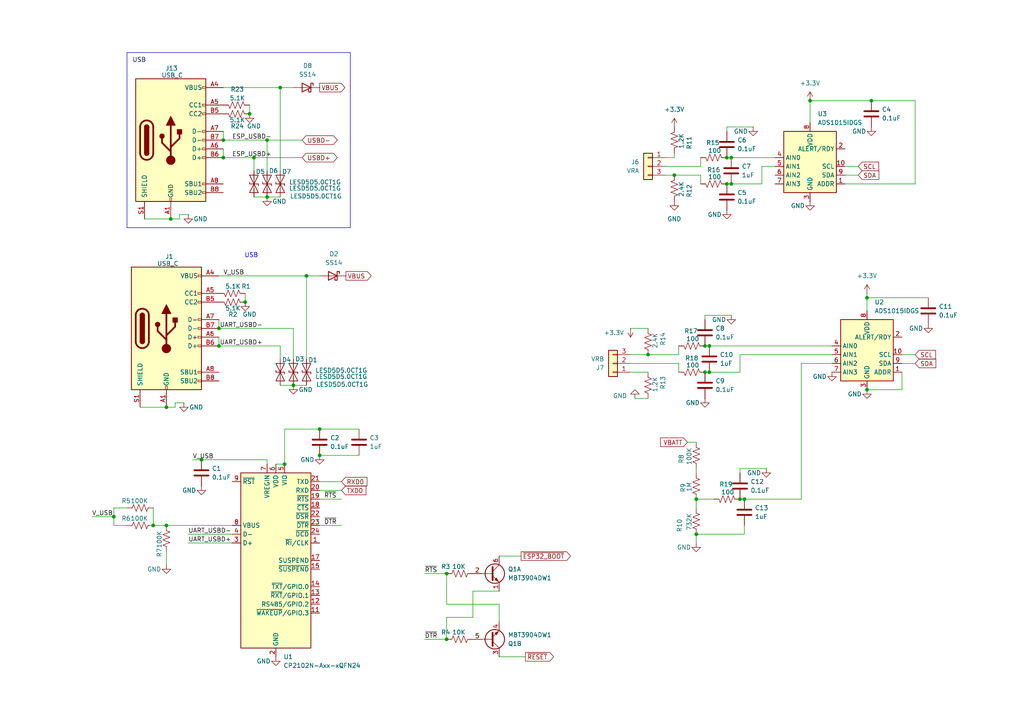
<source format=kicad_sch>
(kicad_sch (version 20231120) (generator "eeschema") (generator_version "8.0")
  (paper "A4")
  (lib_symbols
    (symbol "Analog_ADC:ADS1015IDGS"
      (property "Reference" "U" (at 2.54 13.97 0))
      (property "Value" "ADS1015IDGS" (at 7.62 11.43 0))
      (symbol "ADS1015IDGS_0_1"
        (rectangle (start -7.62 10.16) (end 7.62 -7.62) (stroke (width 0.254)) (fill (type background)))
      )
      (symbol "ADS1015IDGS_1_1"
        (pin input line (at 10.16 -5.08 180) (length 2.54) (name "ADDR") (number "1"))
        (pin input line (at 10.16 0 180) (length 2.54) (name "SCL") (number "10"))
        (pin output line (at 10.16 5.08 180) (length 2.54) (name "ALERT/RDY") (number "2"))
        (pin power_in line (at 0 -10.16 90) (length 2.54) (name "GND") (number "3"))
        (pin input line (at -10.16 2.54 0) (length 2.54) (name "AIN0") (number "4"))
        (pin input line (at -10.16 0 0) (length 2.54) (name "AIN1") (number "5"))
        (pin input line (at -10.16 -2.54 0) (length 2.54) (name "AIN2") (number "6"))
        (pin input line (at -10.16 -5.08 0) (length 2.54) (name "AIN3") (number "7"))
        (pin power_in line (at 0 12.7 270) (length 2.54) (name "VDD") (number "8"))
        (pin bidirectional line (at 10.16 -2.54 180) (length 2.54) (name "SDA") (number "9"))
      )
    )
    (symbol "Connector:USB_C_Receptacle_USB2.0_16P" (pin_names (offset 1.016))
      (property "Reference" "J" (at 0 22.225 0))
      (property "Value" "USB_C_Receptacle_USB2.0_16P" (at 0 19.685 0))
      (symbol "USB_C_Receptacle_USB2.0_16P_0_0"
        (rectangle (start -0.254 -17.78) (end 0.254 -16.764))
        (rectangle (start 10.16 -14.986) (end 9.144 -15.494))
        (rectangle (start 10.16 -12.446) (end 9.144 -12.954))
        (rectangle (start 10.16 -4.826) (end 9.144 -5.334))
        (rectangle (start 10.16 -2.286) (end 9.144 -2.794))
        (rectangle (start 10.16 0.254) (end 9.144 -0.254))
        (rectangle (start 10.16 2.794) (end 9.144 2.286))
        (rectangle (start 10.16 7.874) (end 9.144 7.366))
        (rectangle (start 10.16 10.414) (end 9.144 9.906))
        (rectangle (start 10.16 15.494) (end 9.144 14.986))
      )
      (symbol "USB_C_Receptacle_USB2.0_16P_0_1"
        (rectangle (start -10.16 17.78) (end 10.16 -17.78) (stroke (width 0.254)) (fill (type background)))
        (arc (start -8.89 -3.81) (mid -6.985 -5.7067) (end -5.08 -3.81) (stroke (width 0.508)))
        (arc (start -7.62 -3.81) (mid -6.985 -4.4423) (end -6.35 -3.81) (stroke (width 0.254)))
        (arc (start -7.62 -3.81) (mid -6.985 -4.4423) (end -6.35 -3.81) (stroke (width 0.254)) (fill (type outline)))
        (rectangle (start -7.62 -3.81) (end -6.35 3.81) (stroke (width 0.254)) (fill (type outline)))
        (arc (start -6.35 3.81) (mid -6.985 4.4423) (end -7.62 3.81) (stroke (width 0.254)))
        (arc (start -6.35 3.81) (mid -6.985 4.4423) (end -7.62 3.81) (stroke (width 0.254)) (fill (type outline)))
        (arc (start -5.08 3.81) (mid -6.985 5.7067) (end -8.89 3.81) (stroke (width 0.508)))
        (circle (center -2.54 1.143) (radius 0.635) (stroke (width 0.254)) (fill (type outline)))
        (circle (center 0 -5.842) (radius 1.27) (fill (type outline)))
        (polyline (pts (xy -8.89 -3.81) (xy -8.89 3.81)) (stroke (width 0.508)))
        (polyline (pts (xy -5.08 3.81) (xy -5.08 -3.81)) (stroke (width 0.508)))
        (polyline (pts (xy 0 -5.842) (xy 0 4.318)) (stroke (width 0.508)))
        (polyline (pts (xy 0 -3.302) (xy -2.54 -0.762) (xy -2.54 0.508)) (stroke (width 0.508)))
        (polyline (pts (xy 0 -2.032) (xy 2.54 0.508) (xy 2.54 1.778)) (stroke (width 0.508)))
        (polyline (pts (xy -1.27 4.318) (xy 0 6.858) (xy 1.27 4.318) (xy -1.27 4.318)) (stroke (width 0.254)) (fill (type outline)))
        (rectangle (start 1.905 1.778) (end 3.175 3.048) (stroke (width 0.254)) (fill (type outline)))
      )
      (symbol "USB_C_Receptacle_USB2.0_16P_1_1"
        (pin passive line (at 0 -22.86 90) (length 5.08) (name "GND") (number "A1"))
        (pin passive line (at 0 -22.86 90) (length 5.08) hide (name "GND") (number "A12"))
        (pin passive line (at 15.24 15.24 180) (length 5.08) (name "VBUS") (number "A4"))
        (pin bidirectional line (at 15.24 10.16 180) (length 5.08) (name "CC1") (number "A5"))
        (pin bidirectional line (at 15.24 -2.54 180) (length 5.08) (name "D+") (number "A6"))
        (pin bidirectional line (at 15.24 2.54 180) (length 5.08) (name "D-") (number "A7"))
        (pin bidirectional line (at 15.24 -12.7 180) (length 5.08) (name "SBU1") (number "A8"))
        (pin passive line (at 15.24 15.24 180) (length 5.08) hide (name "VBUS") (number "A9"))
        (pin passive line (at 0 -22.86 90) (length 5.08) hide (name "GND") (number "B1"))
        (pin passive line (at 0 -22.86 90) (length 5.08) hide (name "GND") (number "B12"))
        (pin passive line (at 15.24 15.24 180) (length 5.08) hide (name "VBUS") (number "B4"))
        (pin bidirectional line (at 15.24 7.62 180) (length 5.08) (name "CC2") (number "B5"))
        (pin bidirectional line (at 15.24 -5.08 180) (length 5.08) (name "D+") (number "B6"))
        (pin bidirectional line (at 15.24 0 180) (length 5.08) (name "D-") (number "B7"))
        (pin bidirectional line (at 15.24 -15.24 180) (length 5.08) (name "SBU2") (number "B8"))
        (pin passive line (at 15.24 15.24 180) (length 5.08) hide (name "VBUS") (number "B9"))
        (pin passive line (at -7.62 -22.86 90) (length 5.08) (name "SHIELD") (number "S1"))
      )
    )
    (symbol "Connector_Generic:Conn_01x03" (pin_names (offset 1.016) hide)
      (property "Reference" "J" (at 0 5.08 0))
      (property "Value" "Conn_01x03" (at 0 -5.08 0))
      (symbol "Conn_01x03_1_1"
        (rectangle (start -1.27 -2.413) (end 0 -2.667) (stroke (width 0.1524)))
        (rectangle (start -1.27 0.127) (end 0 -0.127) (stroke (width 0.1524)))
        (rectangle (start -1.27 2.667) (end 0 2.413) (stroke (width 0.1524)))
        (rectangle (start -1.27 3.81) (end 1.27 -3.81) (stroke (width 0.254)) (fill (type background)))
        (pin passive line (at -5.08 2.54 0) (length 3.81) (name "Pin_1") (number "1"))
        (pin passive line (at -5.08 0 0) (length 3.81) (name "Pin_2") (number "2"))
        (pin passive line (at -5.08 -2.54 0) (length 3.81) (name "Pin_3") (number "3"))
      )
    )
    (symbol "Device:C" (pin_numbers hide) (pin_names (offset 0.254))
      (property "Reference" "C" (at 0.635 2.54 0))
      (property "Value" "C" (at 0.635 -2.54 0))
      (symbol "C_0_1"
        (polyline (pts (xy -2.032 -0.762) (xy 2.032 -0.762)) (stroke (width 0.508)))
        (polyline (pts (xy -2.032 0.762) (xy 2.032 0.762)) (stroke (width 0.508)))
      )
      (symbol "C_1_1"
        (pin passive line (at 0 3.81 270) (length 2.794) (name "~") (number "1"))
        (pin passive line (at 0 -3.81 90) (length 2.794) (name "~") (number "2"))
      )
    )
    (symbol "Device:R_US" (pin_numbers hide) (pin_names (offset 0))
      (property "Reference" "R" (at 2.54 0 90))
      (property "Value" "R_US" (at -2.54 0 90))
      (symbol "R_US_0_1"
        (polyline (pts (xy 0 -2.286) (xy 0 -2.54)))
        (polyline (pts (xy 0 2.286) (xy 0 2.54)))
        (polyline (pts (xy 0 -0.762) (xy 1.016 -1.143) (xy 0 -1.524) (xy -1.016 -1.905) (xy 0 -2.286)))
        (polyline (pts (xy 0 0.762) (xy 1.016 0.381) (xy 0 0) (xy -1.016 -0.381) (xy 0 -0.762)))
        (polyline (pts (xy 0 2.286) (xy 1.016 1.905) (xy 0 1.524) (xy -1.016 1.143) (xy 0 0.762)))
      )
      (symbol "R_US_1_1"
        (pin passive line (at 0 3.81 270) (length 1.27) (name "~") (number "1"))
        (pin passive line (at 0 -3.81 90) (length 1.27) (name "~") (number "2"))
      )
    )
    (symbol "Diode:SS14" (pin_numbers hide) (pin_names (offset 1.016) hide)
      (property "Reference" "D" (at 0 2.54 0))
      (property "Value" "SS14" (at 0 -2.54 0))
      (symbol "SS14_0_1"
        (polyline (pts (xy 1.27 0) (xy -1.27 0)))
        (polyline (pts (xy 1.27 1.27) (xy 1.27 -1.27) (xy -1.27 0) (xy 1.27 1.27)) (stroke (width 0.254)))
        (polyline (pts (xy -1.905 0.635) (xy -1.905 1.27) (xy -1.27 1.27) (xy -1.27 -1.27) (xy -0.635 -1.27) (xy -0.635 -0.635)) (stroke (width 0.254)))
      )
      (symbol "SS14_1_1"
        (pin passive line (at -3.81 0 0) (length 2.54) (name "K") (number "1"))
        (pin passive line (at 3.81 0 180) (length 2.54) (name "A") (number "2"))
      )
    )
    (symbol "Interface_USB:CP2102N-Axx-xQFN24"
      (property "Reference" "U" (at -8.89 26.67 0))
      (property "Value" "CP2102N-Axx-xQFN24" (at 13.97 26.67 0))
      (symbol "CP2102N-Axx-xQFN24_0_1"
        (rectangle (start -10.16 25.4) (end 10.16 -25.4) (stroke (width 0.254)) (fill (type background)))
      )
      (symbol "CP2102N-Axx-xQFN24_1_1"
        (pin bidirectional line (at 12.7 5.08 180) (length 2.54) (name "~{RI}/CLK") (number "1"))
        (pin no_connect line (at -10.16 -22.86 0) (length 2.54) hide (name "NC") (number "10"))
        (pin bidirectional line (at 12.7 -15.24 180) (length 2.54) (name "~{WAKEUP}/GPIO.3") (number "11"))
        (pin bidirectional line (at 12.7 -12.7 180) (length 2.54) (name "RS485/GPIO.2") (number "12"))
        (pin bidirectional line (at 12.7 -10.16 180) (length 2.54) (name "~{RXT}/GPIO.1") (number "13"))
        (pin bidirectional line (at 12.7 -7.62 180) (length 2.54) (name "~{TXT}/GPIO.0") (number "14"))
        (pin output line (at 12.7 -2.54 180) (length 2.54) (name "~{SUSPEND}") (number "15"))
        (pin no_connect line (at 10.16 -22.86 180) (length 2.54) hide (name "NC") (number "16"))
        (pin output line (at 12.7 0 180) (length 2.54) (name "SUSPEND") (number "17"))
        (pin input line (at 12.7 15.24 180) (length 2.54) (name "~{CTS}") (number "18"))
        (pin output line (at 12.7 17.78 180) (length 2.54) (name "~{RTS}") (number "19"))
        (pin power_in line (at 0 -27.94 90) (length 2.54) (name "GND") (number "2"))
        (pin input line (at 12.7 20.32 180) (length 2.54) (name "RXD") (number "20"))
        (pin output line (at 12.7 22.86 180) (length 2.54) (name "TXD") (number "21"))
        (pin input line (at 12.7 12.7 180) (length 2.54) (name "~{DSR}") (number "22"))
        (pin output line (at 12.7 10.16 180) (length 2.54) (name "~{DTR}") (number "23"))
        (pin input line (at 12.7 7.62 180) (length 2.54) (name "~{DCD}") (number "24"))
        (pin passive line (at 0 -27.94 90) (length 2.54) hide (name "GND") (number "25"))
        (pin bidirectional line (at -12.7 5.08 0) (length 2.54) (name "D+") (number "3"))
        (pin bidirectional line (at -12.7 7.62 0) (length 2.54) (name "D-") (number "4"))
        (pin power_in line (at 2.54 27.94 270) (length 2.54) (name "VIO") (number "5"))
        (pin power_in line (at 0 27.94 270) (length 2.54) (name "VDD") (number "6"))
        (pin power_in line (at -2.54 27.94 270) (length 2.54) (name "VREGIN") (number "7"))
        (pin input line (at -12.7 10.16 0) (length 2.54) (name "VBUS") (number "8"))
        (pin input line (at -12.7 22.86 0) (length 2.54) (name "~{RST}") (number "9"))
      )
    )
    (symbol "Transistor_BJT:MBT3904DW1" (pin_names (offset 0) hide)
      (property "Reference" "Q" (at 5.08 1.27 0))
      (property "Value" "MBT3904DW1" (at 5.08 -1.27 0))
      (symbol "MBT3904DW1_0_1"
        (polyline (pts (xy 0.635 0) (xy -2.54 0)))
        (polyline (pts (xy 0.635 0.635) (xy 2.54 2.54)))
        (polyline (pts (xy 0.635 -0.635) (xy 2.54 -2.54) (xy 2.54 -2.54)))
        (polyline (pts (xy 0.635 1.905) (xy 0.635 -1.905) (xy 0.635 -1.905)) (stroke (width 0.508)))
        (polyline (pts (xy 1.27 -1.778) (xy 1.778 -1.27) (xy 2.286 -2.286) (xy 1.27 -1.778) (xy 1.27 -1.778)) (fill (type outline)))
        (circle (center 1.27 0) (radius 2.8194) (stroke (width 0.254)))
      )
      (symbol "MBT3904DW1_1_1"
        (pin passive line (at 2.54 -5.08 90) (length 2.54) (name "E1") (number "1"))
        (pin input line (at -5.08 0 0) (length 2.54) (name "B1") (number "2"))
        (pin passive line (at 2.54 5.08 270) (length 2.54) (name "C1") (number "6"))
      )
      (symbol "MBT3904DW1_2_1"
        (pin passive line (at 2.54 5.08 270) (length 2.54) (name "C2") (number "3"))
        (pin passive line (at 2.54 -5.08 90) (length 2.54) (name "E2") (number "4"))
        (pin input line (at -5.08 0 0) (length 2.54) (name "B2") (number "5"))
      )
    )
    (symbol "custom_symbols:LESD5D5.0CT1G" (pin_numbers hide) (pin_names (offset 1.016) hide)
      (property "Reference" "D" (at 0 2.54 0))
      (property "Value" "LESD5D5.0CT1G" (at 0 -2.54 0))
      (symbol "LESD5D5.0CT1G_0_1"
        (polyline (pts (xy 1.27 0) (xy -1.27 0)))
        (polyline (pts (xy -2.54 -1.27) (xy 0 0) (xy -2.54 1.27) (xy -2.54 -1.27)) (stroke (width 0.2032)))
        (polyline (pts (xy 0.508 1.27) (xy 0 1.27) (xy 0 -1.27) (xy -0.508 -1.27)) (stroke (width 0.2032)))
        (polyline (pts (xy 2.54 1.27) (xy 2.54 -1.27) (xy 0 0) (xy 2.54 1.27)) (stroke (width 0.2032)))
      )
      (symbol "LESD5D5.0CT1G_1_1"
        (pin passive line (at -3.81 0 0) (length 2.54) (name "A1") (number "1"))
        (pin passive line (at 3.81 0 180) (length 2.54) (name "A2") (number "2"))
      )
    )
    (symbol "power:+3.3V" (power) (pin_numbers hide) (pin_names (offset 0) hide)
      (property "Value" "+3.3V" (at 0 3.556 0))
      (symbol "+3.3V_0_1"
        (polyline (pts (xy -0.762 1.27) (xy 0 2.54)))
        (polyline (pts (xy 0 0) (xy 0 2.54)))
        (polyline (pts (xy 0 2.54) (xy 0.762 1.27)))
      )
      (symbol "+3.3V_1_1"
        (pin power_in line (at 0 0 90) (length 0) (name "~") (number "1"))
      )
    )
    (symbol "power:GND" (power) (pin_numbers hide) (pin_names (offset 0) hide)
      (property "Value" "GND" (at 0 -3.81 0))
      (symbol "GND_0_1"
        (polyline (pts (xy 0 0) (xy 0 -1.27) (xy 1.27 -1.27) (xy 0 -2.54) (xy -1.27 -1.27) (xy 0 -1.27)))
      )
      (symbol "GND_1_1"
        (pin power_in line (at 0 0 270) (length 0) (name "~") (number "1"))
      )
    )
  )
  (junction (at 63.5 95.25))
  (junction (at 251.46 86.36))
  (junction (at 201.93 154.94))
  (junction (at 205.74 100.33))
  (junction (at 85.09 111.76))
  (junction (at 204.47 100.33))
  (junction (at 77.47 40.64))
  (junction (at 33.02 149.86))
  (junction (at 92.71 124.46))
  (junction (at 71.12 87.63))
  (junction (at 201.93 144.78))
  (junction (at 204.47 107.95))
  (junction (at 212.09 45.72))
  (junction (at 215.9 144.78))
  (junction (at 129.54 166.37))
  (junction (at 48.26 152.4))
  (junction (at 214.63 144.78))
  (junction (at 72.39 33.02))
  (junction (at 129.54 185.42))
  (junction (at 82.55 134.62))
  (junction (at 63.5 100.33))
  (junction (at 64.77 40.64))
  (junction (at 195.58 50.8))
  (junction (at 251.46 113.03))
  (junction (at 210.82 45.72))
  (junction (at 77.47 57.15))
  (junction (at 44.45 152.4))
  (junction (at 252.73 29.21))
  (junction (at 64.77 45.72))
  (junction (at 49.53 63.5))
  (junction (at 81.28 25.4))
  (junction (at 234.95 29.21))
  (junction (at 212.09 53.34))
  (junction (at 205.74 107.95))
  (junction (at 73.66 45.72))
  (junction (at 187.96 102.87))
  (junction (at 58.42 133.35))
  (junction (at 92.71 132.08))
  (junction (at 48.26 118.11))
  (junction (at 88.9 80.01))
  (junction (at 210.82 53.34))
  (wire (pts (xy 265.43 53.34) (xy 265.43 29.21)))
  (wire (pts (xy 212.09 53.34) (xy 210.82 53.34)))
  (wire (pts (xy 44.45 147.32) (xy 44.45 152.4)))
  (wire (pts (xy 82.55 124.46) (xy 82.55 134.62)))
  (wire (pts (xy 193.04 48.26) (xy 203.2 48.26)))
  (wire (pts (xy 50.8 116.84) (xy 50.8 118.11)))
  (wire (pts (xy 53.34 116.84) (xy 50.8 116.84)))
  (wire (pts (xy 187.96 115.57) (xy 184.15 115.57)))
  (wire (pts (xy 54.61 154.94) (xy 67.31 154.94)))
  (wire (pts (xy 252.73 29.21) (xy 234.95 29.21)))
  (wire (pts (xy 215.9 152.4) (xy 215.9 154.94)))
  (wire (pts (xy 48.26 152.4) (xy 67.31 152.4)))
  (wire (pts (xy 265.43 105.41) (xy 261.62 105.41)))
  (wire (pts (xy 195.58 45.72) (xy 193.04 45.72)))
  (wire (pts (xy 58.42 133.35) (xy 77.47 133.35)))
  (wire (pts (xy 195.58 50.8) (xy 203.2 50.8)))
  (wire (pts (xy 85.09 111.76) (xy 88.9 111.76)))
  (wire (pts (xy 81.28 25.4) (xy 81.28 49.53)))
  (wire (pts (xy 220.98 53.34) (xy 212.09 53.34)))
  (wire (pts (xy 261.62 113.03) (xy 251.46 113.03)))
  (wire (pts (xy 214.63 144.78) (xy 215.9 144.78)))
  (wire (pts (xy 63.5 80.01) (xy 88.9 80.01)))
  (wire (pts (xy 187.96 107.95) (xy 182.88 107.95)))
  (wire (pts (xy 92.71 152.4) (xy 99.06 152.4)))
  (wire (pts (xy 64.77 38.1) (xy 64.77 40.64)))
  (wire (pts (xy 265.43 29.21) (xy 252.73 29.21)))
  (wire (pts (xy 195.58 44.45) (xy 195.58 45.72)))
  (wire (pts (xy 251.46 86.36) (xy 269.24 86.36)))
  (wire (pts (xy 214.63 102.87) (xy 214.63 107.95)))
  (wire (pts (xy 137.16 179.07) (xy 137.16 171.45)))
  (wire (pts (xy 129.54 175.26) (xy 144.78 175.26)))
  (wire (pts (xy 73.66 49.53) (xy 73.66 45.72)))
  (wire (pts (xy 55.88 133.35) (xy 58.42 133.35)))
  (wire (pts (xy 92.71 124.46) (xy 104.14 124.46)))
  (wire (pts (xy 232.41 105.41) (xy 241.3 105.41)))
  (wire (pts (xy 54.61 62.23) (xy 52.07 62.23)))
  (wire (pts (xy 214.63 102.87) (xy 241.3 102.87)))
  (wire (pts (xy 48.26 118.11) (xy 40.64 118.11)))
  (wire (pts (xy 36.83 147.32) (xy 33.02 147.32)))
  (wire (pts (xy 196.85 102.87) (xy 196.85 100.33)))
  (wire (pts (xy 212.09 45.72) (xy 224.79 45.72)))
  (wire (pts (xy 144.78 161.29) (xy 151.13 161.29)))
  (wire (pts (xy 123.19 166.37) (xy 129.54 166.37)))
  (wire (pts (xy 49.53 63.5) (xy 41.91 63.5)))
  (wire (pts (xy 214.63 107.95) (xy 205.74 107.95)))
  (wire (pts (xy 248.92 48.26) (xy 245.11 48.26)))
  (wire (pts (xy 71.12 85.09) (xy 71.12 87.63)))
  (wire (pts (xy 201.93 135.89) (xy 201.93 137.16)))
  (wire (pts (xy 92.71 124.46) (xy 82.55 124.46)))
  (wire (pts (xy 215.9 144.78) (xy 232.41 144.78)))
  (wire (pts (xy 33.02 147.32) (xy 33.02 149.86)))
  (wire (pts (xy 81.28 25.4) (xy 85.09 25.4)))
  (wire (pts (xy 77.47 57.15) (xy 81.28 57.15)))
  (wire (pts (xy 220.98 48.26) (xy 220.98 53.34)))
  (wire (pts (xy 129.54 185.42) (xy 129.54 179.07)))
  (wire (pts (xy 80.01 134.62) (xy 82.55 134.62)))
  (wire (pts (xy 214.63 137.16) (xy 214.63 135.89)))
  (wire (pts (xy 129.54 166.37) (xy 129.54 175.26)))
  (wire (pts (xy 81.28 104.14) (xy 81.28 100.33)))
  (wire (pts (xy 137.16 171.45) (xy 144.78 171.45)))
  (wire (pts (xy 48.26 163.83) (xy 48.26 160.02)))
  (wire (pts (xy 88.9 80.01) (xy 92.71 80.01)))
  (wire (pts (xy 205.74 100.33) (xy 241.3 100.33)))
  (wire (pts (xy 207.01 144.78) (xy 201.93 144.78)))
  (wire (pts (xy 26.67 149.86) (xy 33.02 149.86)))
  (wire (pts (xy 245.11 53.34) (xy 265.43 53.34)))
  (wire (pts (xy 204.47 91.44) (xy 212.09 91.44)))
  (wire (pts (xy 251.46 86.36) (xy 251.46 90.17)))
  (wire (pts (xy 129.54 179.07) (xy 137.16 179.07)))
  (wire (pts (xy 210.82 36.83) (xy 218.44 36.83)))
  (wire (pts (xy 187.96 95.25) (xy 182.88 95.25)))
  (wire (pts (xy 63.5 92.71) (xy 63.5 95.25)))
  (wire (pts (xy 199.39 128.27) (xy 201.93 128.27)))
  (wire (pts (xy 182.88 102.87) (xy 187.96 102.87)))
  (wire (pts (xy 203.2 50.8) (xy 203.2 53.34)))
  (wire (pts (xy 52.07 63.5) (xy 49.53 63.5)))
  (wire (pts (xy 72.39 30.48) (xy 72.39 33.02)))
  (wire (pts (xy 195.58 50.8) (xy 193.04 50.8)))
  (wire (pts (xy 204.47 100.33) (xy 205.74 100.33)))
  (wire (pts (xy 210.82 45.72) (xy 212.09 45.72)))
  (wire (pts (xy 54.61 157.48) (xy 67.31 157.48)))
  (wire (pts (xy 123.19 185.42) (xy 129.54 185.42)))
  (wire (pts (xy 33.02 149.86) (xy 33.02 152.4)))
  (wire (pts (xy 64.77 40.64) (xy 77.47 40.64)))
  (wire (pts (xy 52.07 62.23) (xy 52.07 63.5)))
  (wire (pts (xy 214.63 135.89) (xy 222.25 135.89)))
  (wire (pts (xy 201.93 154.94) (xy 215.9 154.94)))
  (wire (pts (xy 210.82 38.1) (xy 210.82 36.83)))
  (wire (pts (xy 201.93 157.48) (xy 201.93 154.94)))
  (wire (pts (xy 64.77 45.72) (xy 73.66 45.72)))
  (wire (pts (xy 85.09 104.14) (xy 85.09 95.25)))
  (wire (pts (xy 203.2 48.26) (xy 203.2 45.72)))
  (wire (pts (xy 248.92 50.8) (xy 245.11 50.8)))
  (wire (pts (xy 92.71 144.78) (xy 99.06 144.78)))
  (wire (pts (xy 144.78 190.5) (xy 152.4 190.5)))
  (wire (pts (xy 63.5 97.79) (xy 63.5 100.33)))
  (wire (pts (xy 196.85 105.41) (xy 196.85 107.95)))
  (wire (pts (xy 92.71 132.08) (xy 104.14 132.08)))
  (wire (pts (xy 77.47 40.64) (xy 77.47 49.53)))
  (wire (pts (xy 204.47 92.71) (xy 204.47 91.44)))
  (wire (pts (xy 64.77 43.18) (xy 64.77 45.72)))
  (wire (pts (xy 44.45 152.4) (xy 48.26 152.4)))
  (wire (pts (xy 88.9 80.01) (xy 88.9 104.14)))
  (wire (pts (xy 81.28 111.76) (xy 85.09 111.76)))
  (wire (pts (xy 187.96 102.87) (xy 196.85 102.87)))
  (wire (pts (xy 63.5 100.33) (xy 81.28 100.33)))
  (wire (pts (xy 201.93 144.78) (xy 201.93 147.32)))
  (wire (pts (xy 87.63 40.64) (xy 77.47 40.64)))
  (wire (pts (xy 87.63 45.72) (xy 73.66 45.72)))
  (wire (pts (xy 232.41 144.78) (xy 232.41 105.41)))
  (wire (pts (xy 63.5 95.25) (xy 85.09 95.25)))
  (wire (pts (xy 73.66 57.15) (xy 77.47 57.15)))
  (wire (pts (xy 77.47 133.35) (xy 77.47 134.62)))
  (wire (pts (xy 265.43 102.87) (xy 261.62 102.87)))
  (wire (pts (xy 201.93 143.51) (xy 201.93 144.78)))
  (wire (pts (xy 99.06 142.24) (xy 92.71 142.24)))
  (wire (pts (xy 50.8 118.11) (xy 48.26 118.11)))
  (wire (pts (xy 99.06 139.7) (xy 92.71 139.7)))
  (wire (pts (xy 261.62 107.95) (xy 261.62 113.03)))
  (wire (pts (xy 205.74 107.95) (xy 204.47 107.95)))
  (wire (pts (xy 144.78 175.26) (xy 144.78 180.34)))
  (wire (pts (xy 182.88 105.41) (xy 196.85 105.41)))
  (wire (pts (xy 33.02 152.4) (xy 36.83 152.4)))
  (wire (pts (xy 251.46 85.09) (xy 251.46 86.36)))
  (wire (pts (xy 234.95 29.21) (xy 234.95 35.56)))
  (wire (pts (xy 64.77 25.4) (xy 81.28 25.4)))
  (wire (pts (xy 224.79 48.26) (xy 220.98 48.26)))
  (rectangle (start 36.83 15.24) (end 101.6 66.04))
  (text "USB" (at 72.898 74.168 0) (effects (font (size 1.27 1.27))))
  (text "USB" (at 40.386 17.526 0) (effects (font (size 1.27 1.27))))
  (label "~{DTR}" (at 123.19 185.42 0))
  (label "UART_USBD-" (at 76.2 95.25 180))
  (label "~{RTS}" (at 93.98 144.78 0))
  (label "UART_USBD+" (at 54.61 157.48 0))
  (label "~{RTS}" (at 123.19 166.37 0))
  (label "UART_USBD-" (at 54.61 154.94 0))
  (label "~{DTR}" (at 93.98 152.4 0))
  (label "V_USB" (at 55.88 133.35 0))
  (label "ESP_USBD+" (at 67.31 45.72 0))
  (label "V_USB" (at 26.67 149.86 0))
  (label "V_USB" (at 64.77 80.01 0))
  (label "UART_USBD+" (at 76.2 100.33 180))
  (label "ESP_USBD-" (at 67.31 40.64 0))
  (global_label "USBD-" (shape bidirectional) (at 87.63 40.64 0) (property "Intersheetrefs" "${INTERSHEET_REFS}" (effects (hide yes))))
  (global_label "SDA" (shape input) (at 248.92 50.8 0) (property "Intersheetrefs" "${INTERSHEET_REFS}" (effects (hide yes))))
  (global_label "VBATT" (shape input) (at 199.39 128.27 180) (property "Intersheetrefs" "${INTERSHEET_REFS}" (effects (hide yes))))
  (global_label "SCL" (shape input) (at 248.92 48.26 0) (property "Intersheetrefs" "${INTERSHEET_REFS}" (effects (hide yes))))
  (global_label "USBD+" (shape bidirectional) (at 87.63 45.72 0) (property "Intersheetrefs" "${INTERSHEET_REFS}" (effects (hide yes))))
  (global_label "TXD0" (shape input) (at 99.06 142.24 0) (property "Intersheetrefs" "${INTERSHEET_REFS}" (effects (hide yes))))
  (global_label "SCL" (shape input) (at 265.43 102.87 0) (property "Intersheetrefs" "${INTERSHEET_REFS}" (effects (hide yes))))
  (global_label "~{RESET}" (shape output) (at 152.4 190.5 0) (property "Intersheetrefs" "${INTERSHEET_REFS}" (effects (hide yes))))
  (global_label "VBUS" (shape output) (at 100.33 80.01 0) (property "Intersheetrefs" "${INTERSHEET_REFS}" (effects (hide yes))))
  (global_label "SDA" (shape input) (at 265.43 105.41 0) (property "Intersheetrefs" "${INTERSHEET_REFS}" (effects (hide yes))))
  (global_label "VBUS" (shape output) (at 92.71 25.4 0) (property "Intersheetrefs" "${INTERSHEET_REFS}" (effects (hide yes))))
  (global_label "~{ESP32_BOOT}" (shape output) (at 151.13 161.29 0) (property "Intersheetrefs" "${INTERSHEET_REFS}" (effects (hide yes))))
  (global_label "RXD0" (shape input) (at 99.06 139.7 0) (property "Intersheetrefs" "${INTERSHEET_REFS}" (effects (hide yes))))
  (symbol (lib_id "Connector_Generic:Conn_01x03") (at 187.96 48.26 0) (mirror y) (unit 1)
    (property "Reference" "J6" (at 185.42 46.9899 0) (effects (justify left)))
    (property "Value" "VRA" (at 185.42 49.5299 0) (effects (justify left)))
    (property "Footprint" "Connector_JST:JST_GH_BM03B-GHS-TBT_1x03-1MP_P1.25mm_Vertical" (effects (hide yes)))
    (property "Description" "Generic connector, single row, 01x03, script generated (kicad-library-utils/schlib/autogen/connector/)" (effects (hide yes)))
  )
  (symbol (lib_id "Device:R_US") (at 40.64 147.32 90) (unit 1)
    (property "Reference" "R5" (at 36.576 145.288 90))
    (property "Value" "100K" (at 40.386 145.288 90))
    (property "Footprint" "Resistor_SMD:R_0603_1608Metric" (effects (hide yes)))
    (property "Description" "Resistor, US symbol" (effects (hide yes)))
  )
  (symbol (lib_id "Device:R_US") (at 133.35 166.37 90) (unit 1)
    (property "Reference" "R3" (at 129.286 164.338 90))
    (property "Value" "10K" (at 133.096 164.338 90))
    (property "Footprint" "Resistor_SMD:R_0603_1608Metric" (effects (hide yes)))
    (property "Description" "Resistor, US symbol" (effects (hide yes)))
  )
  (symbol (lib_id "power:GND") (at 77.47 57.15 0) (mirror y) (unit 1)
    (property "Reference" "#PWR018" (effects (hide yes)))
    (property "Value" "GND" (at 81.026 58.42 0))
    (property "Description" "Power symbol creates a global label with name \"GND\" , ground" (effects (hide yes)))
  )
  (symbol (lib_id "Device:R_US") (at 40.64 152.4 90) (unit 1)
    (property "Reference" "R6" (at 36.576 150.368 90))
    (property "Value" "100K" (at 40.386 150.368 90))
    (property "Footprint" "Resistor_SMD:R_0603_1608Metric" (effects (hide yes)))
    (property "Description" "Resistor, US symbol" (effects (hide yes)))
  )
  (symbol (lib_id "Analog_ADC:ADS1015IDGS") (at 234.95 48.26 0) (unit 1)
    (property "Reference" "U3" (at 237.1441 33.02 0) (effects (justify left)))
    (property "Value" "ADS1015IDGS" (at 237.1441 35.56 0) (effects (justify left)))
    (property "Footprint" "Package_SO:TSSOP-10_3x3mm_P0.5mm" (effects (hide yes)))
    (property "Datasheet" "http://www.ti.com/lit/ds/symlink/ads1015.pdf" (effects (hide yes)))
    (property "Description" "Ultra-Small, Low-Power, I2C-Compatible, 3.3-kSPS, 12-Bit ADCs With Internal Reference, Oscillator, and Programmable Comparator, VSSOP-10" (effects (hide yes)))
  )
  (symbol (lib_id "Device:C") (at 104.14 128.27 0) (unit 1)
    (property "Reference" "C3" (at 107.188 127 0) (effects (justify left)))
    (property "Value" "1uF" (at 107.188 129.54 0) (effects (justify left)))
    (property "Footprint" "Capacitor_SMD:C_0603_1608Metric" (effects (hide yes)))
    (property "Description" "Unpolarized capacitor" (effects (hide yes)))
  )
  (symbol (lib_id "Device:R_US") (at 200.66 107.95 270) (mirror x) (unit 1)
    (property "Reference" "R18" (at 200.66 103.886 90))
    (property "Value" "100" (at 200.914 105.918 90))
    (property "Footprint" "Resistor_SMD:R_0603_1608Metric" (effects (hide yes)))
    (property "Description" "Resistor, US symbol" (effects (hide yes)))
  )
  (symbol (lib_id "Transistor_BJT:MBT3904DW1") (at 142.24 166.37 0) (unit 1)
    (property "Reference" "Q1" (at 147.32 165.0999 0) (effects (justify left)))
    (property "Value" "MBT3904DW1" (at 147.32 167.6399 0) (effects (justify left)))
    (property "Footprint" "Package_TO_SOT_SMD:SOT-363_SC-70-6" (effects (hide yes)))
    (property "Datasheet" "http://www.onsemi.com/pub_link/Collateral/MBT3904DW1T1-D.PDF" (effects (hide yes)))
    (property "Description" "200mA IC, 40V Vce, Dual NPN/NPN Transistors, SOT-363" (effects (hide yes)))
  )
  (symbol (lib_id "Device:C") (at 214.63 140.97 0) (unit 1)
    (property "Reference" "C12" (at 217.678 139.7 0) (effects (justify left)))
    (property "Value" "0.1uF" (at 217.678 142.24 0) (effects (justify left)))
    (property "Footprint" "Capacitor_SMD:C_0603_1608Metric" (effects (hide yes)))
    (property "Description" "Unpolarized capacitor" (effects (hide yes)))
  )
  (symbol (lib_id "Device:C") (at 205.74 104.14 0) (unit 1)
    (property "Reference" "C10" (at 208.788 102.87 0) (effects (justify left)))
    (property "Value" "1uF" (at 208.788 105.41 0) (effects (justify left)))
    (property "Footprint" "Capacitor_SMD:C_0603_1608Metric" (effects (hide yes)))
    (property "Description" "Unpolarized capacitor" (effects (hide yes)))
  )
  (symbol (lib_id "Diode:SS14") (at 88.9 25.4 0) (mirror y) (unit 1)
    (property "Reference" "D8" (at 89.2175 19.05 0))
    (property "Value" "SS14" (at 89.2175 21.59 0))
    (property "Footprint" "Diode_SMD:D_SMA" (effects (hide yes)))
    (property "Datasheet" "https://www.vishay.com/docs/88746/ss12.pdf" (effects (hide yes)))
    (property "Description" "40V 1A Schottky Diode, SMA" (effects (hide yes)))
  )
  (symbol (lib_id "power:GND") (at 58.42 140.97 0) (unit 1)
    (property "Reference" "#PWR025" (effects (hide yes)))
    (property "Value" "GND" (at 54.864 142.24 0))
    (property "Description" "Power symbol creates a global label with name \"GND\" , ground" (effects (hide yes)))
  )
  (symbol (lib_id "Device:C") (at 212.09 49.53 0) (unit 1)
    (property "Reference" "C7" (at 215.138 48.26 0) (effects (justify left)))
    (property "Value" "1uF" (at 215.138 50.8 0) (effects (justify left)))
    (property "Footprint" "Capacitor_SMD:C_0603_1608Metric" (effects (hide yes)))
    (property "Description" "Unpolarized capacitor" (effects (hide yes)))
  )
  (symbol (lib_id "Connector_Generic:Conn_01x03") (at 177.8 105.41 180) (unit 1)
    (property "Reference" "J7" (at 175.26 106.6801 0) (effects (justify left)))
    (property "Value" "VRB" (at 175.26 104.1401 0) (effects (justify left)))
    (property "Footprint" "Connector_JST:JST_GH_BM03B-GHS-TBT_1x03-1MP_P1.25mm_Vertical" (effects (hide yes)))
    (property "Description" "Generic connector, single row, 01x03, script generated (kicad-library-utils/schlib/autogen/connector/)" (effects (hide yes)))
  )
  (symbol (lib_id "custom_symbols:LESD5D5.0CT1G") (at 81.28 107.95 90) (unit 1)
    (property "Reference" "D4" (at 81.788 104.394 90) (effects (justify right)))
    (property "Value" "LESD5D5.0CT1G" (at 91.694 111.506 90) (effects (justify right)))
    (property "Footprint" "Diode_SMD:D_SOD-523" (effects (hide yes)))
    (property "Datasheet" "LESD5D5.0CT1G" (effects (hide yes)))
    (property "Description" "ESD protection diode, 5V, SOD-523" (effects (hide yes)))
  )
  (symbol (lib_id "power:GND") (at 92.71 132.08 0) (unit 1)
    (property "Reference" "#PWR026" (effects (hide yes)))
    (property "Value" "GND" (at 89.154 133.35 0))
    (property "Description" "Power symbol creates a global label with name \"GND\" , ground" (effects (hide yes)))
  )
  (symbol (lib_id "power:GND") (at 184.15 115.57 180) (unit 1)
    (property "Reference" "#PWR07" (effects (hide yes)))
    (property "Value" "GND" (at 179.832 114.808 0))
    (property "Description" "Power symbol creates a global label with name \"GND\" , ground" (effects (hide yes)))
  )
  (symbol (lib_id "power:GND") (at 53.34 116.84 0) (mirror y) (unit 1)
    (property "Reference" "#PWR02" (effects (hide yes)))
    (property "Value" "GND" (at 56.896 118.11 0))
    (property "Description" "Power symbol creates a global label with name \"GND\" , ground" (effects (hide yes)))
  )
  (symbol (lib_id "power:GND") (at 210.82 60.96 0) (unit 1)
    (property "Reference" "#PWR036" (effects (hide yes)))
    (property "Value" "GND" (at 207.264 62.23 0))
    (property "Description" "Power symbol creates a global label with name \"GND\" , ground" (effects (hide yes)))
  )
  (symbol (lib_id "Device:C") (at 269.24 90.17 0) (unit 1)
    (property "Reference" "C11" (at 272.288 88.9 0) (effects (justify left)))
    (property "Value" "0.1uF" (at 272.288 91.44 0) (effects (justify left)))
    (property "Footprint" "Capacitor_SMD:C_0603_1608Metric" (effects (hide yes)))
    (property "Description" "Unpolarized capacitor" (effects (hide yes)))
  )
  (symbol (lib_id "Connector:USB_C_Receptacle_USB2.0_16P") (at 48.26 95.25 0) (unit 1)
    (property "Reference" "J1" (at 50.292 74.422 0) (effects (justify right)))
    (property "Value" "USB_C" (at 51.816 76.454 0) (effects (justify right)))
    (property "Footprint" "my_footprints:my_USB_C_Receptacle_GCT_USB4105-xx-A_16P_TopMnt_Horizontal" (effects (hide yes)))
    (property "Datasheet" "https://www.usb.org/sites/default/files/documents/usb_type-c.zip" (effects (hide yes)))
    (property "Description" "USB 2.0-only 16P Type-C Receptacle connector" (effects (hide yes)))
  )
  (symbol (lib_id "Device:R_US") (at 68.58 30.48 270) (mirror x) (unit 1)
    (property "Reference" "R23" (at 68.834 25.908 90))
    (property "Value" "5.1K" (at 68.834 28.448 90))
    (property "Footprint" "Resistor_SMD:R_0603_1608Metric" (effects (hide yes)))
    (property "Description" "Resistor, US symbol" (effects (hide yes)))
  )
  (symbol (lib_id "power:GND") (at 251.46 113.03 0) (unit 1)
    (property "Reference" "#PWR030" (effects (hide yes)))
    (property "Value" "GND" (at 247.904 114.3 0))
    (property "Description" "Power symbol creates a global label with name \"GND\" , ground" (effects (hide yes)))
  )
  (symbol (lib_id "Device:R_US") (at 201.93 140.97 180) (unit 1)
    (property "Reference" "R9" (at 198.12 141.478 90))
    (property "Value" "1M" (at 199.898 141.224 90))
    (property "Footprint" "Resistor_SMD:R_0603_1608Metric" (effects (hide yes)))
    (property "Description" "Resistor, US symbol" (effects (hide yes)))
  )
  (symbol (lib_id "power:GND") (at 269.24 93.98 0) (unit 1)
    (property "Reference" "#PWR040" (effects (hide yes)))
    (property "Value" "GND" (at 265.684 95.25 0))
    (property "Description" "Power symbol creates a global label with name \"GND\" , ground" (effects (hide yes)))
  )
  (symbol (lib_id "Device:C") (at 215.9 148.59 0) (unit 1)
    (property "Reference" "C13" (at 218.948 147.32 0) (effects (justify left)))
    (property "Value" "1uF" (at 218.948 149.86 0) (effects (justify left)))
    (property "Footprint" "Capacitor_SMD:C_0603_1608Metric" (effects (hide yes)))
    (property "Description" "Unpolarized capacitor" (effects (hide yes)))
  )
  (symbol (lib_id "Analog_ADC:ADS1015IDGS") (at 251.46 102.87 0) (unit 1)
    (property "Reference" "U2" (at 253.6541 87.63 0) (effects (justify left)))
    (property "Value" "ADS1015IDGS" (at 253.6541 90.17 0) (effects (justify left)))
    (property "Footprint" "Package_SO:TSSOP-10_3x3mm_P0.5mm" (effects (hide yes)))
    (property "Datasheet" "http://www.ti.com/lit/ds/symlink/ads1015.pdf" (effects (hide yes)))
    (property "Description" "Ultra-Small, Low-Power, I2C-Compatible, 3.3-kSPS, 12-Bit ADCs With Internal Reference, Oscillator, and Programmable Comparator, VSSOP-10" (effects (hide yes)))
  )
  (symbol (lib_id "power:GND") (at 80.01 190.5 0) (unit 1)
    (property "Reference" "#PWR023" (effects (hide yes)))
    (property "Value" "GND" (at 76.454 191.77 0))
    (property "Description" "Power symbol creates a global label with name \"GND\" , ground" (effects (hide yes)))
  )
  (symbol (lib_id "power:GND") (at 72.39 33.02 0) (mirror y) (unit 1)
    (property "Reference" "#PWR017" (effects (hide yes)))
    (property "Value" "GND" (at 73.66 36.576 0))
    (property "Description" "Power symbol creates a global label with name \"GND\" , ground" (effects (hide yes)))
  )
  (symbol (lib_id "Device:R_US") (at 207.01 45.72 270) (mirror x) (unit 1)
    (property "Reference" "R15" (at 206.756 41.402 90))
    (property "Value" "100" (at 207.264 43.688 90))
    (property "Footprint" "Resistor_SMD:R_0603_1608Metric" (effects (hide yes)))
    (property "Description" "Resistor, US symbol" (effects (hide yes)))
  )
  (symbol (lib_id "Device:R_US") (at 67.31 87.63 270) (mirror x) (unit 1)
    (property "Reference" "R2" (at 67.564 91.186 90))
    (property "Value" "5.1K" (at 67.564 89.408 90))
    (property "Footprint" "Resistor_SMD:R_0603_1608Metric" (effects (hide yes)))
    (property "Description" "Resistor, US symbol" (effects (hide yes)))
  )
  (symbol (lib_id "Device:C") (at 252.73 33.02 0) (unit 1)
    (property "Reference" "C4" (at 255.778 31.75 0) (effects (justify left)))
    (property "Value" "0.1uF" (at 255.778 34.29 0) (effects (justify left)))
    (property "Footprint" "Capacitor_SMD:C_0603_1608Metric" (effects (hide yes)))
    (property "Description" "Unpolarized capacitor" (effects (hide yes)))
  )
  (symbol (lib_id "custom_symbols:LESD5D5.0CT1G") (at 73.66 53.34 90) (unit 1)
    (property "Reference" "D5" (at 74.168 49.784 90) (effects (justify right)))
    (property "Value" "LESD5D5.0CT1G" (at 84.074 56.896 90) (effects (justify right)))
    (property "Footprint" "Diode_SMD:D_SOD-523" (effects (hide yes)))
    (property "Datasheet" "LESD5D5.0CT1G" (effects (hide yes)))
    (property "Description" "ESD protection diode, 5V, SOD-523" (effects (hide yes)))
  )
  (symbol (lib_id "Interface_USB:CP2102N-Axx-xQFN24") (at 80.01 162.56 0) (unit 1)
    (property "Reference" "U1" (at 82.2041 190.5 0) (effects (justify left)))
    (property "Value" "CP2102N-Axx-xQFN24" (at 82.2041 193.04 0) (effects (justify left)))
    (property "Footprint" "Package_DFN_QFN:QFN-24-1EP_4x4mm_P0.5mm_EP2.6x2.6mm" (effects (hide yes)))
    (property "Datasheet" "https://www.silabs.com/documents/public/data-sheets/cp2102n-datasheet.pdf" (effects (hide yes)))
    (property "Description" "USB to UART master bridge, QFN-24" (effects (hide yes)))
  )
  (symbol (lib_id "Device:R_US") (at 133.35 185.42 90) (unit 1)
    (property "Reference" "R4" (at 129.286 183.388 90))
    (property "Value" "10K" (at 133.096 183.388 90))
    (property "Footprint" "Resistor_SMD:R_0603_1608Metric" (effects (hide yes)))
    (property "Description" "Resistor, US symbol" (effects (hide yes)))
  )
  (symbol (lib_id "power:+3.3V") (at 251.46 85.09 0) (unit 1)
    (property "Reference" "#PWR029" (effects (hide yes)))
    (property "Value" "+3.3V" (at 251.46 80.01 0))
    (property "Description" "Power symbol creates a global label with name \"+3.3V\"" (effects (hide yes)))
  )
  (symbol (lib_id "power:GND") (at 201.93 157.48 0) (unit 1)
    (property "Reference" "#PWR032" (effects (hide yes)))
    (property "Value" "GND" (at 198.374 158.75 0))
    (property "Description" "Power symbol creates a global label with name \"GND\" , ground" (effects (hide yes)))
  )
  (symbol (lib_id "custom_symbols:LESD5D5.0CT1G") (at 81.28 53.34 90) (unit 1)
    (property "Reference" "D7" (at 81.788 49.784 90) (effects (justify right)))
    (property "Value" "LESD5D5.0CT1G" (at 83.82 54.6099 90) (effects (justify right)))
    (property "Footprint" "Diode_SMD:D_SOD-523" (effects (hide yes)))
    (property "Datasheet" "LESD5D5.0CT1G" (effects (hide yes)))
    (property "Description" "ESD protection diode, 5V, SOD-523" (effects (hide yes)))
  )
  (symbol (lib_id "power:GND") (at 85.09 111.76 0) (mirror y) (unit 1)
    (property "Reference" "#PWR027" (effects (hide yes)))
    (property "Value" "GND" (at 88.646 113.03 0))
    (property "Description" "Power symbol creates a global label with name \"GND\" , ground" (effects (hide yes)))
  )
  (symbol (lib_id "Device:C") (at 210.82 57.15 0) (unit 1)
    (property "Reference" "C5" (at 213.868 55.88 0) (effects (justify left)))
    (property "Value" "0.1uF" (at 213.868 58.42 0) (effects (justify left)))
    (property "Footprint" "Capacitor_SMD:C_0603_1608Metric" (effects (hide yes)))
    (property "Description" "Unpolarized capacitor" (effects (hide yes)))
  )
  (symbol (lib_id "Device:R_US") (at 207.01 53.34 270) (mirror x) (unit 1)
    (property "Reference" "R16" (at 207.01 49.276 90))
    (property "Value" "100" (at 207.264 51.308 90))
    (property "Footprint" "Resistor_SMD:R_0603_1608Metric" (effects (hide yes)))
    (property "Description" "Resistor, US symbol" (effects (hide yes)))
  )
  (symbol (lib_id "Device:R_US") (at 195.58 40.64 0) (mirror x) (unit 1)
    (property "Reference" "R11" (at 199.898 41.402 90))
    (property "Value" "1.2K" (at 197.612 40.894 90))
    (property "Footprint" "Resistor_SMD:R_0603_1608Metric" (effects (hide yes)))
    (property "Description" "Resistor, US symbol" (effects (hide yes)))
  )
  (symbol (lib_id "power:GND") (at 241.3 107.95 0) (unit 1)
    (property "Reference" "#PWR042" (effects (hide yes)))
    (property "Value" "GND" (at 237.744 109.22 0))
    (property "Description" "Power symbol creates a global label with name \"GND\" , ground" (effects (hide yes)))
  )
  (symbol (lib_id "power:+3.3V") (at 182.88 95.25 180) (unit 1)
    (property "Reference" "#PWR08" (effects (hide yes)))
    (property "Value" "+3.3V" (at 178.054 96.52 0))
    (property "Description" "Power symbol creates a global label with name \"+3.3V\"" (effects (hide yes)))
  )
  (symbol (lib_id "Device:C") (at 92.71 128.27 0) (unit 1)
    (property "Reference" "C2" (at 95.758 127 0) (effects (justify left)))
    (property "Value" "0.1uF" (at 95.758 129.54 0) (effects (justify left)))
    (property "Footprint" "Capacitor_SMD:C_0603_1608Metric" (effects (hide yes)))
    (property "Description" "Unpolarized capacitor" (effects (hide yes)))
  )
  (symbol (lib_id "Device:R_US") (at 210.82 144.78 270) (mirror x) (unit 1)
    (property "Reference" "R19" (at 210.566 140.462 90))
    (property "Value" "100" (at 211.074 142.748 90))
    (property "Footprint" "Resistor_SMD:R_0603_1608Metric" (effects (hide yes)))
    (property "Description" "Resistor, US symbol" (effects (hide yes)))
  )
  (symbol (lib_id "Device:R_US") (at 195.58 54.61 0) (mirror x) (unit 1)
    (property "Reference" "R12" (at 199.898 55.372 90))
    (property "Value" "2.4K" (at 197.612 54.864 90))
    (property "Footprint" "Resistor_SMD:R_0603_1608Metric" (effects (hide yes)))
    (property "Description" "Resistor, US symbol" (effects (hide yes)))
  )
  (symbol (lib_id "Connector:USB_C_Receptacle_USB2.0_16P") (at 49.53 40.64 0) (unit 1)
    (property "Reference" "J13" (at 51.562 19.812 0) (effects (justify right)))
    (property "Value" "USB_C" (at 53.086 21.844 0) (effects (justify right)))
    (property "Footprint" "my_footprints:my_USB_C_Receptacle_GCT_USB4105-xx-A_16P_TopMnt_Horizontal" (effects (hide yes)))
    (property "Datasheet" "https://www.usb.org/sites/default/files/documents/usb_type-c.zip" (effects (hide yes)))
    (property "Description" "USB 2.0-only 16P Type-C Receptacle connector" (effects (hide yes)))
  )
  (symbol (lib_id "power:GND") (at 234.95 58.42 0) (unit 1)
    (property "Reference" "#PWR031" (effects (hide yes)))
    (property "Value" "GND" (at 231.394 59.69 0))
    (property "Description" "Power symbol creates a global label with name \"GND\" , ground" (effects (hide yes)))
  )
  (symbol (lib_id "custom_symbols:LESD5D5.0CT1G") (at 77.47 53.34 90) (unit 1)
    (property "Reference" "D6" (at 77.978 49.53 90) (effects (justify right)))
    (property "Value" "LESD5D5.0CT1G" (at 83.82 52.832 90) (effects (justify right)))
    (property "Footprint" "Diode_SMD:D_SOD-523" (effects (hide yes)))
    (property "Datasheet" "LESD5D5.0CT1G" (effects (hide yes)))
    (property "Description" "ESD protection diode, 5V, SOD-523" (effects (hide yes)))
  )
  (symbol (lib_id "Transistor_BJT:MBT3904DW1") (at 142.24 185.42 0) (mirror x) (unit 2)
    (property "Reference" "Q1" (at 147.32 186.6901 0) (effects (justify left)))
    (property "Value" "MBT3904DW1" (at 147.32 184.1501 0) (effects (justify left)))
    (property "Footprint" "Package_TO_SOT_SMD:SOT-363_SC-70-6" (effects (hide yes)))
    (property "Datasheet" "http://www.onsemi.com/pub_link/Collateral/MBT3904DW1T1-D.PDF" (effects (hide yes)))
    (property "Description" "200mA IC, 40V Vce, Dual NPN/NPN Transistors, SOT-363" (effects (hide yes)))
  )
  (symbol (lib_id "Device:C") (at 204.47 96.52 0) (unit 1)
    (property "Reference" "C8" (at 207.518 95.25 0) (effects (justify left)))
    (property "Value" "0.1uF" (at 207.518 97.79 0) (effects (justify left)))
    (property "Footprint" "Capacitor_SMD:C_0603_1608Metric" (effects (hide yes)))
    (property "Description" "Unpolarized capacitor" (effects (hide yes)))
  )
  (symbol (lib_id "Device:R_US") (at 187.96 99.06 0) (unit 1)
    (property "Reference" "R14" (at 192.278 98.298 90))
    (property "Value" "2.4K" (at 189.992 98.806 90))
    (property "Footprint" "Resistor_SMD:R_0603_1608Metric" (effects (hide yes)))
    (property "Description" "Resistor, US symbol" (effects (hide yes)))
  )
  (symbol (lib_id "power:GND") (at 212.09 91.44 0) (unit 1)
    (property "Reference" "#PWR039" (effects (hide yes)))
    (property "Value" "GND" (at 208.534 92.71 0))
    (property "Description" "Power symbol creates a global label with name \"GND\" , ground" (effects (hide yes)))
  )
  (symbol (lib_id "power:GND") (at 218.44 36.83 0) (unit 1)
    (property "Reference" "#PWR037" (effects (hide yes)))
    (property "Value" "GND" (at 214.884 38.1 0))
    (property "Description" "Power symbol creates a global label with name \"GND\" , ground" (effects (hide yes)))
  )
  (symbol (lib_id "power:GND") (at 204.47 115.57 0) (unit 1)
    (property "Reference" "#PWR038" (effects (hide yes)))
    (property "Value" "GND" (at 200.914 116.84 0))
    (property "Description" "Power symbol creates a global label with name \"GND\" , ground" (effects (hide yes)))
  )
  (symbol (lib_id "Device:R_US") (at 67.31 85.09 270) (mirror x) (unit 1)
    (property "Reference" "R1" (at 71.374 83.058 90))
    (property "Value" "5.1K" (at 67.564 83.058 90))
    (property "Footprint" "Resistor_SMD:R_0603_1608Metric" (effects (hide yes)))
    (property "Description" "Resistor, US symbol" (effects (hide yes)))
  )
  (symbol (lib_id "Device:R_US") (at 201.93 151.13 180) (unit 1)
    (property "Reference" "R10" (at 197.104 152.4 90))
    (property "Value" "732K" (at 199.898 151.384 90))
    (property "Footprint" "Resistor_SMD:R_0603_1608Metric" (effects (hide yes)))
    (property "Description" "Resistor, US symbol" (effects (hide yes)))
  )
  (symbol (lib_id "custom_symbols:LESD5D5.0CT1G") (at 85.09 107.95 90) (unit 1)
    (property "Reference" "D3" (at 85.598 104.14 90) (effects (justify right)))
    (property "Value" "LESD5D5.0CT1G" (at 91.44 107.442 90) (effects (justify right)))
    (property "Footprint" "Diode_SMD:D_SOD-523" (effects (hide yes)))
    (property "Datasheet" "LESD5D5.0CT1G" (effects (hide yes)))
    (property "Description" "ESD protection diode, 5V, SOD-523" (effects (hide yes)))
  )
  (symbol (lib_id "Device:R_US") (at 187.96 111.76 0) (unit 1)
    (property "Reference" "R13" (at 192.278 110.998 90))
    (property "Value" "1.2K" (at 189.992 111.506 90))
    (property "Footprint" "Resistor_SMD:R_0603_1608Metric" (effects (hide yes)))
    (property "Description" "Resistor, US symbol" (effects (hide yes)))
  )
  (symbol (lib_id "power:GND") (at 222.25 135.89 0) (unit 1)
    (property "Reference" "#PWR041" (effects (hide yes)))
    (property "Value" "GND" (at 218.694 137.16 0))
    (property "Description" "Power symbol creates a global label with name \"GND\" , ground" (effects (hide yes)))
  )
  (symbol (lib_id "custom_symbols:LESD5D5.0CT1G") (at 88.9 107.95 90) (unit 1)
    (property "Reference" "D1" (at 89.408 104.394 90) (effects (justify right)))
    (property "Value" "LESD5D5.0CT1G" (at 91.44 109.2199 90) (effects (justify right)))
    (property "Footprint" "Diode_SMD:D_SOD-523" (effects (hide yes)))
    (property "Datasheet" "LESD5D5.0CT1G" (effects (hide yes)))
    (property "Description" "ESD protection diode, 5V, SOD-523" (effects (hide yes)))
  )
  (symbol (lib_id "Device:R_US") (at 68.58 33.02 270) (mirror x) (unit 1)
    (property "Reference" "R24" (at 68.834 36.576 90))
    (property "Value" "5.1K" (at 68.834 34.798 90))
    (property "Footprint" "Resistor_SMD:R_0603_1608Metric" (effects (hide yes)))
    (property "Description" "Resistor, US symbol" (effects (hide yes)))
  )
  (symbol (lib_id "power:GND") (at 252.73 36.83 0) (unit 1)
    (property "Reference" "#PWR033" (effects (hide yes)))
    (property "Value" "GND" (at 249.174 38.1 0))
    (property "Description" "Power symbol creates a global label with name \"GND\" , ground" (effects (hide yes)))
  )
  (symbol (lib_id "Device:C") (at 58.42 137.16 0) (unit 1)
    (property "Reference" "C1" (at 61.468 135.89 0) (effects (justify left)))
    (property "Value" "0.1uF" (at 61.468 138.43 0) (effects (justify left)))
    (property "Footprint" "Capacitor_SMD:C_0603_1608Metric" (effects (hide yes)))
    (property "Description" "Unpolarized capacitor" (effects (hide yes)))
  )
  (symbol (lib_id "power:GND") (at 195.58 58.42 0) (mirror y) (unit 1)
    (property "Reference" "#PWR04" (effects (hide yes)))
    (property "Value" "GND" (at 195.58 63.5 0))
    (property "Description" "Power symbol creates a global label with name \"GND\" , ground" (effects (hide yes)))
  )
  (symbol (lib_id "power:GND") (at 54.61 62.23 0) (mirror y) (unit 1)
    (property "Reference" "#PWR016" (effects (hide yes)))
    (property "Value" "GND" (at 58.166 63.5 0))
    (property "Description" "Power symbol creates a global label with name \"GND\" , ground" (effects (hide yes)))
  )
  (symbol (lib_id "power:GND") (at 48.26 163.83 0) (unit 1)
    (property "Reference" "#PWR024" (effects (hide yes)))
    (property "Value" "GND" (at 44.704 165.1 0))
    (property "Description" "Power symbol creates a global label with name \"GND\" , ground" (effects (hide yes)))
  )
  (symbol (lib_id "Device:R_US") (at 200.66 100.33 270) (mirror x) (unit 1)
    (property "Reference" "R17" (at 200.406 96.012 90))
    (property "Value" "100" (at 200.914 98.298 90))
    (property "Footprint" "Resistor_SMD:R_0603_1608Metric" (effects (hide yes)))
    (property "Description" "Resistor, US symbol" (effects (hide yes)))
  )
  (symbol (lib_id "power:+3.3V") (at 195.58 36.83 0) (mirror y) (unit 1)
    (property "Reference" "#PWR03" (effects (hide yes)))
    (property "Value" "+3.3V" (at 195.58 31.75 0))
    (property "Description" "Power symbol creates a global label with name \"+3.3V\"" (effects (hide yes)))
  )
  (symbol (lib_id "power:GND") (at 71.12 87.63 0) (mirror y) (unit 1)
    (property "Reference" "#PWR01" (effects (hide yes)))
    (property "Value" "GND" (at 72.39 91.186 0))
    (property "Description" "Power symbol creates a global label with name \"GND\" , ground" (effects (hide yes)))
  )
  (symbol (lib_id "Diode:SS14") (at 96.52 80.01 0) (mirror y) (unit 1)
    (property "Reference" "D2" (at 96.8375 73.66 0))
    (property "Value" "SS14" (at 96.8375 76.2 0))
    (property "Footprint" "Diode_SMD:D_SMA" (effects (hide yes)))
    (property "Datasheet" "https://www.vishay.com/docs/88746/ss12.pdf" (effects (hide yes)))
    (property "Description" "40V 1A Schottky Diode, SMA" (effects (hide yes)))
  )
  (symbol (lib_id "Device:C") (at 204.47 111.76 0) (unit 1)
    (property "Reference" "C9" (at 207.518 110.49 0) (effects (justify left)))
    (property "Value" "0.1uF" (at 207.518 113.03 0) (effects (justify left)))
    (property "Footprint" "Capacitor_SMD:C_0603_1608Metric" (effects (hide yes)))
    (property "Description" "Unpolarized capacitor" (effects (hide yes)))
  )
  (symbol (lib_id "Device:C") (at 210.82 41.91 0) (unit 1)
    (property "Reference" "C6" (at 213.868 40.64 0) (effects (justify left)))
    (property "Value" "0.1uF" (at 213.868 43.18 0) (effects (justify left)))
    (property "Footprint" "Capacitor_SMD:C_0603_1608Metric" (effects (hide yes)))
    (property "Description" "Unpolarized capacitor" (effects (hide yes)))
  )
  (symbol (lib_id "Device:R_US") (at 48.26 156.21 180) (unit 1)
    (property "Reference" "R7" (at 46.228 160.274 90))
    (property "Value" "100K" (at 46.228 156.464 90))
    (property "Footprint" "Resistor_SMD:R_0603_1608Metric" (effects (hide yes)))
    (property "Description" "Resistor, US symbol" (effects (hide yes)))
  )
  (symbol (lib_id "Device:R_US") (at 201.93 132.08 180) (unit 1)
    (property "Reference" "R8" (at 197.612 133.096 90))
    (property "Value" "100K" (at 199.898 132.334 90))
    (property "Footprint" "Resistor_SMD:R_0603_1608Metric" (effects (hide yes)))
    (property "Description" "Resistor, US symbol" (effects (hide yes)))
  )
  (symbol (lib_id "power:+3.3V") (at 234.95 29.21 0) (unit 1)
    (property "Reference" "#PWR028" (effects (hide yes)))
    (property "Value" "+3.3V" (at 234.95 24.13 0))
    (property "Description" "Power symbol creates a global label with name \"+3.3V\"" (effects (hide yes)))
  )
)
</source>
